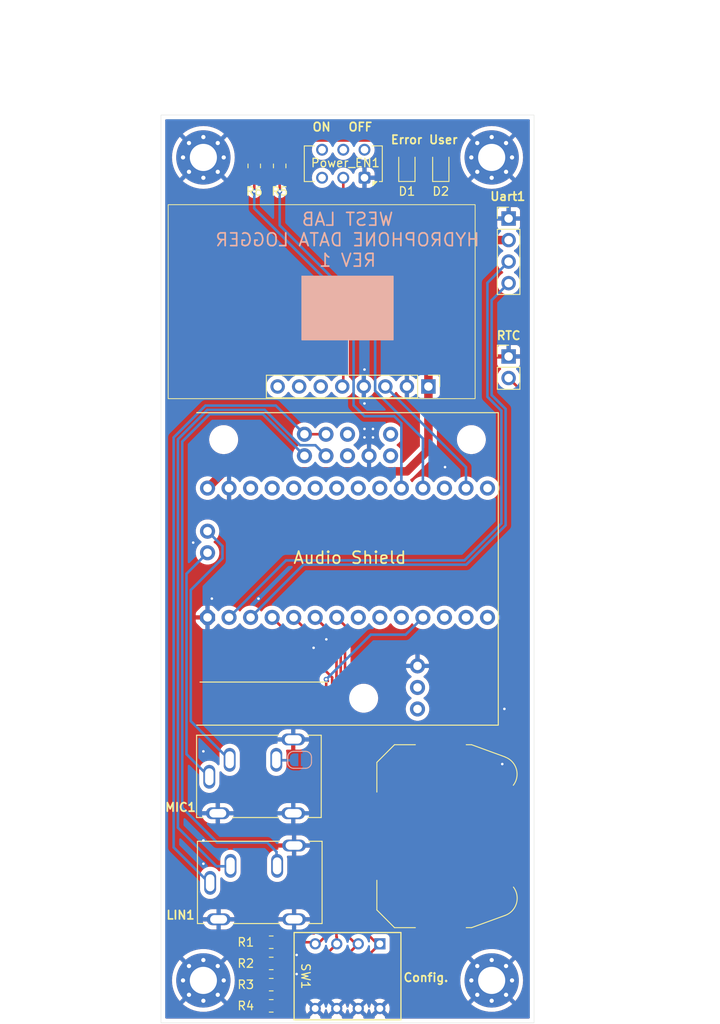
<source format=kicad_pcb>
(kicad_pcb (version 20240108) (generator "pcbnew") (generator_version "8.0")
  (layers (0 "F.Cu" signal "Front") (31 "B.Cu" signal "Back") (34 "B.Paste" user) (35 "F.Paste" user) (36 "B.SilkS" user "B.Silkscreen") (37 "F.SilkS" user "F.Silkscreen") (38 "B.Mask" user) (39 "F.Mask" user) (44 "Edge.Cuts" user))
  (net 0 "")
  (net 1 "GND")
  (net 2 "+3V3")
  (net 3 "Net-(BT1-+)")
  (net 4 "Net-(D1-A)")
  (net 5 "Net-(D2-A)")
  (net 6 "Net-(T1-MIC_GND)")
  (net 7 "Net-(RV1-Pad2)")
  (net 9 "Net-(RV1-Pad3)")
  (net 11 "Net-(R1-Pad2)")
  (net 12 "Net-(R1-Pad1)")
  (net 13 "Net-(R2-Pad2)")
  (net 14 "Net-(R3-Pad2)")
  (net 15 "Net-(R4-Pad2)")
  (net 16 "Net-(R5-Pad1)")
  (net 17 "Net-(R6-Pad1)")
  (net 26 "+5V")
  (net 31 "Net-(U1-LBO)")
  (net 37 "LN_in_GND")
  (net 38 "Net-(J10-Pin_2)")
  (net 39 "Net-(MIC1-Pad2)")
  (net 40 "Net-(Power_EN1-Pin_2)")
  (net 42 "Net-(Uart1-Pin_4)")
  (net 43 "Net-(Uart1-Pin_3)")
  (net 44 "Net-(LIN1-Pad2)")
  (net 45 "Net-(LIN1-Pad3)")
  (footprint "Connector_PinHeader_2.54mm:PinHeader_1x04_P2.54mm_Vertical" (layer "F.Cu") (at 129.2075 63.9)
    (property "Reference" "Uart1" (hide yes))
    (property "Value" "Uart1" (at -0.1 -2.6 180) (layer "F.SilkS") (effects (font (thickness 0.2) (bold yes))))
    (fp_line (start -1.33 -1.33) (end 0 -1.33) (stroke (width 0.12)) (layer "F.SilkS"))
    (fp_line (start -1.33 0) (end -1.33 -1.33) (stroke (width 0.12)) (layer "F.SilkS"))
    (fp_line (start -1.33 1.27) (end -1.33 8.95) (stroke (width 0.12)) (layer "F.SilkS"))
    (fp_line (start -1.33 1.27) (end 1.33 1.27) (stroke (width 0.12)) (layer "F.SilkS"))
    (fp_line (start -1.33 8.95) (end 1.33 8.95) (stroke (width 0.12)) (layer "F.SilkS"))
    (fp_line (start 1.33 1.27) (end 1.33 8.95) (stroke (width 0.12)) (layer "F.SilkS"))
    (pad "1" thru_hole rect (at 0 0) (size 1.7 1.7) (drill 1) (layers "*.Cu" "*.Mask") (net 1 "GND"))
    (pad "2" thru_hole oval (at 0 2.54) (size 1.7 1.7) (drill 1) (layers "*.Cu" "*.Mask") (net 26 "+5V"))
    (pad "3" thru_hole oval (at 0 5.08) (size 1.7 1.7) (drill 1) (layers "*.Cu" "*.Mask") (net 43 "Net-(Uart1-Pin_3)"))
    (pad "4" thru_hole oval (at 0 7.62) (size 1.7 1.7) (drill 1) (layers "*.Cu" "*.Mask") (net 42 "Net-(Uart1-Pin_4)"))
  )
  (footprint "Resistor_SMD:R_0805_2012Metric_Pad1.20x1.40mm_HandSolder" (layer "F.Cu") (at 101.2075 151.7)
    (property "Reference" "R2" (at -3 0 0) (layer "F.SilkS"))
    (property "Value" "100k" (hide yes))
    (fp_line (start -0.227064 -0.735) (end 0.227064 -0.735) (stroke (width 0.12)) (layer "F.SilkS"))
    (fp_line (start -0.227064 0.735) (end 0.227064 0.735) (stroke (width 0.12)) (layer "F.SilkS"))
    (pad "1" smd roundrect (at -1 0) (size 1.2 1.4) (layers "F.Cu" "F.Paste" "F.Mask") (roundrect_rratio 0.208333) (net 12 "Net-(R1-Pad1)"))
    (pad "2" smd roundrect (at 1 0) (size 1.2 1.4) (layers "F.Cu" "F.Paste" "F.Mask") (roundrect_rratio 0.208333) (net 13 "Net-(R2-Pad2)"))
  )
  (footprint "MountingHole:MountingHole_3.2mm_M3_Pad_Via" (layer "F.Cu") (at 127.2075 56.7)
    (property "Reference" "J8" (hide yes))
    (property "Value" "Mounting Hole" (hide yes))
    (pad "1" thru_hole circle (at -2.4 0) (size 0.8 0.8) (drill 0.5) (layers "*.Cu" "*.Mask") (net 1 "GND"))
    (pad "1" thru_hole circle (at -1.697056 -1.697056) (size 0.8 0.8) (drill 0.5) (layers "*.Cu" "*.Mask") (net 1 "GND"))
    (pad "1" thru_hole circle (at -1.697056 1.697056) (size 0.8 0.8) (drill 0.5) (layers "*.Cu" "*.Mask") (net 1 "GND"))
    (pad "1" thru_hole circle (at 0 -2.4) (size 0.8 0.8) (drill 0.5) (layers "*.Cu" "*.Mask") (net 1 "GND"))
    (pad "1" thru_hole circle (at 0 0) (size 6.4 6.4) (drill 3.2) (layers "*.Cu" "*.Mask") (net 1 "GND"))
    (pad "1" thru_hole circle (at 0 2.4) (size 0.8 0.8) (drill 0.5) (layers "*.Cu" "*.Mask") (net 1 "GND"))
    (pad "1" thru_hole circle (at 1.697056 -1.697056) (size 0.8 0.8) (drill 0.5) (layers "*.Cu" "*.Mask") (net 1 "GND"))
    (pad "1" thru_hole circle (at 1.697056 1.697056) (size 0.8 0.8) (drill 0.5) (layers "*.Cu" "*.Mask") (net 1 "GND"))
    (pad "1" thru_hole circle (at 2.4 0) (size 0.8 0.8) (drill 0.5) (layers "*.Cu" "*.Mask") (net 1 "GND"))
  )
  (footprint "Resistor_SMD:R_0805_2012Metric_Pad1.20x1.40mm_HandSolder" (layer "F.Cu") (at 101.2075 149.2)
    (property "Reference" "R1" (at -3 0 0) (layer "F.SilkS"))
    (property "Value" "100k" (hide yes))
    (fp_line (start -0.227064 -0.735) (end 0.227064 -0.735) (stroke (width 0.12)) (layer "F.SilkS"))
    (fp_line (start -0.227064 0.735) (end 0.227064 0.735) (stroke (width 0.12)) (layer "F.SilkS"))
    (pad "1" smd roundrect (at -1 0) (size 1.2 1.4) (layers "F.Cu" "F.Paste" "F.Mask") (roundrect_rratio 0.208333) (net 12 "Net-(R1-Pad1)"))
    (pad "2" smd roundrect (at 1 0) (size 1.2 1.4) (layers "F.Cu" "F.Paste" "F.Mask") (roundrect_rratio 0.208333) (net 11 "Net-(R1-Pad2)"))
  )
  (footprint "MountingHole:MountingHole_3.2mm_M3_Pad_Via" (layer "F.Cu") (at 127.2075 153.7)
    (property "Reference" "J7" (hide yes))
    (property "Value" "Mounting Hole" (hide yes))
    (pad "1" thru_hole circle (at -2.4 0) (size 0.8 0.8) (drill 0.5) (layers "*.Cu" "*.Mask") (net 1 "GND"))
    (pad "1" thru_hole circle (at -1.697056 -1.697056) (size 0.8 0.8) (drill 0.5) (layers "*.Cu" "*.Mask") (net 1 "GND"))
    (pad "1" thru_hole circle (at -1.697056 1.697056) (size 0.8 0.8) (drill 0.5) (layers "*.Cu" "*.Mask") (net 1 "GND"))
    (pad "1" thru_hole circle (at 0 -2.4) (size 0.8 0.8) (drill 0.5) (layers "*.Cu" "*.Mask") (net 1 "GND"))
    (pad "1" thru_hole circle (at 0 0) (size 6.4 6.4) (drill 3.2) (layers "*.Cu" "*.Mask") (net 1 "GND"))
    (pad "1" thru_hole circle (at 0 2.4) (size 0.8 0.8) (drill 0.5) (layers "*.Cu" "*.Mask") (net 1 "GND"))
    (pad "1" thru_hole circle (at 1.697056 -1.697056) (size 0.8 0.8) (drill 0.5) (layers "*.Cu" "*.Mask") (net 1 "GND"))
    (pad "1" thru_hole circle (at 1.697056 1.697056) (size 0.8 0.8) (drill 0.5) (layers "*.Cu" "*.Mask") (net 1 "GND"))
    (pad "1" thru_hole circle (at 2.4 0) (size 0.8 0.8) (drill 0.5) (layers "*.Cu" "*.Mask") (net 1 "GND"))
  )
  (footprint "LED_SMD:LED_0805_2012Metric_Pad1.15x1.40mm_HandSolder" (layer "F.Cu") (at 121.2075 57.675 90)
    (property "Reference" "D2" (at -3.025 0 0) (layer "F.SilkS"))
    (property "Value" "LED" (hide yes))
    (fp_line (start 1 -0.96) (end -1.86 -0.96) (stroke (width 0.12)) (layer "F.SilkS"))
    (fp_line (start -1.86 -0.96) (end -1.86 0.96) (stroke (width 0.12)) (layer "F.SilkS"))
    (fp_line (start -1.86 0.96) (end 1 0.96) (stroke (width 0.12)) (layer "F.SilkS"))
    (pad "1" smd roundrect (at -1.025 0 90) (size 1.15 1.4) (layers "F.Cu" "F.Paste" "F.Mask") (roundrect_rratio 0.217391) (net 1 "GND"))
    (pad "2" smd roundrect (at 1.025 0 90) (size 1.15 1.4) (layers "F.Cu" "F.Paste" "F.Mask") (roundrect_rratio 0.217391) (net 5 "Net-(D2-A)"))
  )
  (footprint "Button_Switch_THT:SW_CK_JS202011CQN_DPDT_Straight" (layer "F.Cu") (at 112.2075 59.0925 180)
    (property "Reference" "Power_EN1" (at 2.25 1.75 0) (layer "F.SilkS"))
    (property "Value" "Power Switch" (hide yes))
    (fp_line (start 7.1 3.75) (end 5.9 3.75) (stroke (width 0.12)) (layer "F.SilkS"))
    (fp_line (start 7.1 -0.45) (end 7.1 3.75) (stroke (width 0.12)) (layer "F.SilkS"))
    (fp_line (start 5.9 -0.45) (end 7.1 -0.45) (stroke (width 0.12)) (layer "F.SilkS"))
    (fp_line (start -1.75 -0.45) (end -2.1 -0.45) (stroke (width 0.12)) (layer "F.SilkS"))
    (fp_line (start -2.1 3.75) (end -0.9 3.75) (stroke (width 0.12)) (layer "F.SilkS"))
    (fp_line (start -2.1 -0.45) (end -2.1 3.75) (stroke (width 0.12)) (layer "F.SilkS"))
    (fp_poly (pts (xy -1 -0.45) (xy -1.48 -0.45) (xy -1 -0.93) (xy -1 -0.45)) (stroke (width 0.12)) (fill solid) (layer "F.SilkS"))
    (pad "1" thru_hole roundrect (at 0 0 180) (size 1.4 1.4) (drill 0.9) (layers "*.Cu" "*.Mask") (roundrect_rratio 0.1785714286) (net 1 "GND"))
    (pad "2" thru_hole circle (at 2.5 0 180) (size 1.4 1.4) (drill 0.9) (layers "*.Cu" "*.Mask") (net 40 "Net-(Power_EN1-Pin_2)"))
    (pad "3" thru_hole circle (at 5 0 180) (size 1.4 1.4) (drill 0.9) (layers "*.Cu" "*.Mask"))
    (pad "4" thru_hole circle (at 5 3.3 180) (size 1.4 1.4) (drill 0.9) (layers "*.Cu" "*.Mask"))
    (pad "5" thru_hole circle (at 2.5 3.3 180) (size 1.4 1.4) (drill 0.9) (layers "*.Cu" "*.Mask"))
    (pad "6" thru_hole circle (at 0 3.3 180) (size 1.4 1.4) (drill 0.9) (layers "*.Cu" "*.Mask"))
  )
  (footprint "LED_SMD:LED_0805_2012Metric_Pad1.15x1.40mm_HandSolder" (layer "F.Cu") (at 117.2075 57.675 90)
    (property "Reference" "D1" (at -3.025 0 0) (layer "F.SilkS"))
    (property "Value" "LED" (hide yes))
    (fp_line (start 1 -0.96) (end -1.86 -0.96) (stroke (width 0.12)) (layer "F.SilkS"))
    (fp_line (start -1.86 -0.96) (end -1.86 0.96) (stroke (width 0.12)) (layer "F.SilkS"))
    (fp_line (start -1.86 0.96) (end 1 0.96) (stroke (width 0.12)) (layer "F.SilkS"))
    (pad "1" smd roundrect (at -1.025 0 90) (size 1.15 1.4) (layers "F.Cu" "F.Paste" "F.Mask") (roundrect_rratio 0.217391) (net 1 "GND"))
    (pad "2" smd roundrect (at 1.025 0 90) (size 1.15 1.4) (layers "F.Cu" "F.Paste" "F.Mask") (roundrect_rratio 0.217391) (net 4 "Net-(D1-A)"))
  )
  (footprint "Battery:BatteryHolder_Keystone_3034_1x20mm" (layer "F.Cu") (at 121.2075 136.7 90)
    (property "Reference" "BT1" (hide yes))
    (property "Value" "RTC_CoinCell" (hide yes))
    (fp_line (start 8.7 -7.54) (end 5.2 -7.54) (stroke (width 0.12)) (layer "F.SilkS"))
    (fp_line (start 8.7 -7.54) (end 10.78 -5.46) (stroke (width 0.12)) (layer "F.SilkS"))
    (fp_line (start -5.2 -7.54) (end -8.7 -7.54) (stroke (width 0.12)) (layer "F.SilkS"))
    (fp_line (start -8.7 -7.54) (end -10.78 -5.46) (stroke (width 0.12)) (layer "F.SilkS"))
    (fp_line (start 10.78 -5.46) (end 10.78 -3) (stroke (width 0.12)) (layer "F.SilkS"))
    (fp_line (start -10.78 -5.46) (end -10.78 -3) (stroke (width 0.12)) (layer "F.SilkS"))
    (fp_line (start 10.78 3) (end 10.78 3.63) (stroke (width 0.12)) (layer "F.SilkS"))
    (fp_line (start -10.78 3) (end -10.78 3.63) (stroke (width 0.12)) (layer "F.SilkS"))
    (fp_line (start 10.78 3.63) (end 9.34 7.58) (stroke (width 0.12)) (layer "F.SilkS"))
    (fp_line (start -10.78 3.63) (end -9.34 7.58) (stroke (width 0.12)) (layer "F.SilkS"))
    (fp_arc (start 9.325243 7.588169) (mid 7.90634 8.911668) (end 6 8.55) (stroke (width 0.12)) (layer "F.SilkS"))
    (fp_arc (start -6.003354 8.56653) (mid -7.921654 8.918738) (end -9.34 7.58) (stroke (width 0.12)) (layer "F.SilkS"))
    (pad "1" smd rect (at -10.985 0 90) (size 1.27 5.08) (layers "F.Cu" "F.Paste" "F.Mask") (net 3 "Net-(BT1-+)"))
    (pad "1" smd rect (at 10.985 0 90) (size 1.27 5.08) (layers "F.Cu" "F.Paste" "F.Mask") (net 3 "Net-(BT1-+)"))
    (pad "2" smd circle (at 0 0 90) (size 17.8 17.8) (layers "F.Cu" "F.Mask") (net 1 "GND"))
  )
  (footprint "MountingHole:MountingHole_3.2mm_M3_Pad_Via" (layer "F.Cu") (at 93.2075 153.7)
    (property "Reference" "J6" (hide yes))
    (property "Value" "Mounting Hole" (hide yes))
    (pad "1" thru_hole circle (at -2.4 0) (size 0.8 0.8) (drill 0.5) (layers "*.Cu" "*.Mask") (net 1 "GND"))
    (pad "1" thru_hole circle (at -1.697056 -1.697056) (size 0.8 0.8) (drill 0.5) (layers "*.Cu" "*.Mask") (net 1 "GND"))
    (pad "1" thru_hole circle (at -1.697056 1.697056) (size 0.8 0.8) (drill 0.5) (layers "*.Cu" "*.Mask") (net 1 "GND"))
    (pad "1" thru_hole circle (at 0 -2.4) (size 0.8 0.8) (drill 0.5) (layers "*.Cu" "*.Mask") (net 1 "GND"))
    (pad "1" thru_hole circle (at 0 0) (size 6.4 6.4) (drill 3.2) (layers "*.Cu" "*.Mask") (net 1 "GND"))
    (pad "1" thru_hole circle (at 0 2.4) (size 0.8 0.8) (drill 0.5) (layers "*.Cu" "*.Mask") (net 1 "GND"))
    (pad "1" thru_hole circle (at 1.697056 -1.697056) (size 0.8 0.8) (drill 0.5) (layers "*.Cu" "*.Mask") (net 1 "GND"))
    (pad "1" thru_hole circle (at 1.697056 1.697056) (size 0.8 0.8) (drill 0.5) (layers "*.Cu" "*.Mask") (net 1 "GND"))
    (pad "1" thru_hole circle (at 2.4 0) (size 0.8 0.8) (drill 0.5) (layers "*.Cu" "*.Mask") (net 1 "GND"))
  )
  (footprint "Resistor_SMD:R_0805_2012Metric_Pad1.20x1.40mm_HandSolder" (layer "F.Cu") (at 101.2075 156.7)
    (property "Reference" "R4" (at -3 0 0) (layer "F.SilkS"))
    (property "Value" "100k" (hide yes))
    (fp_line (start -0.227064 -0.735) (end 0.227064 -0.735) (stroke (width 0.12)) (layer "F.SilkS"))
    (fp_line (start -0.227064 0.735) (end 0.227064 0.735) (stroke (width 0.12)) (layer "F.SilkS"))
    (pad "1" smd roundrect (at -1 0) (size 1.2 1.4) (layers "F.Cu" "F.Paste" "F.Mask") (roundrect_rratio 0.208333) (net 12 "Net-(R1-Pad1)"))
    (pad "2" smd roundrect (at 1 0) (size 1.2 1.4) (layers "F.Cu" "F.Paste" "F.Mask") (roundrect_rratio 0.208333) (net 15 "Net-(R4-Pad2)"))
  )
  (footprint "Dev_boards:ADA_powerBoost1A" (layer "F.Cu") (at 119.7475 83.7 -90)
    (property "Reference" "U1" (hide yes))
    (property "Value" "~" (hide yes))
    (fp_line (start -1.33 19.11) (end 1.33 19.11) (stroke (width 0.12)) (layer "F.SilkS"))
    (fp_line (start -1.33 1.27) (end -1.33 19.11) (stroke (width 0.12)) (layer "F.SilkS"))
    (fp_line (start -1.33 1.27) (end 1.33 1.27) (stroke (width 0.12)) (layer "F.SilkS"))
    (fp_line (start 1.33 1.27) (end 1.33 19.11) (stroke (width 0.12)) (layer "F.SilkS"))
    (fp_line (start -1.33 0) (end -1.33 -1.33) (stroke (width 0.12)) (layer "F.SilkS"))
    (fp_line (start -1.33 -1.33) (end 0 -1.33) (stroke (width 0.12)) (layer "F.SilkS"))
    (fp_rect (start -21.43 -5.51) (end 1.43 30.69) (stroke (width 0.1)) (fill none) (layer "F.SilkS"))
    (fp_text user "PWRBOOST1A" (at -10 15.04 0) (layer "F.SilkS") (effects (font (thickness 0.2) (bold yes)) (justify left bottom)))
    (pad "1" thru_hole rect (at 0 0 270) (size 1.7 1.7) (drill 1) (layers "*.Cu" "*.Mask") (net 26 "+5V"))
    (pad "2" thru_hole oval (at 0 2.54 270) (size 1.7 1.7) (drill 1) (layers "*.Cu" "*.Mask") (net 1 "GND"))
    (pad "3" thru_hole oval (at 0 5.08 270) (size 1.7 1.7) (drill 1) (layers "*.Cu" "*.Mask") (net 31 "Net-(U1-LBO)"))
    (pad "4" thru_hole oval (at 0 7.62 270) (size 1.7 1.7) (drill 1) (layers "*.Cu" "*.Mask") (net 1 "GND"))
    (pad "5" thru_hole oval (at 0 10.16 270) (size 1.7 1.7) (drill 1) (layers "*.Cu" "*.Mask") (net 40 "Net-(Power_EN1-Pin_2)"))
    (pad "6" thru_hole oval (at 0 12.7 270) (size 1.7 1.7) (drill 1) (layers "*.Cu" "*.Mask"))
    (pad "7" thru_hole oval (at 0 15.24 270) (size 1.7 1.7) (drill 1) (layers "*.Cu" "*.Mask"))
    (pad "8" thru_hole oval (at 0 17.78 270) (size 1.7 1.7) (drill 1) (layers "*.Cu" "*.Mask"))
  )
  (footprint "Resistor_SMD:R_0805_2012Metric_Pad1.20x1.40mm_HandSolder" (layer "F.Cu") (at 102.2075 57.7 90)
    (property "Reference" "R5" (at -3 0 0) (layer "F.SilkS"))
    (property "Value" "470" (hide yes))
    (fp_line (start -0.227064 -0.735) (end 0.227064 -0.735) (stroke (width 0.12)) (layer "F.SilkS"))
    (fp_line (start -0.227064 0.735) (end 0.227064 0.735) (stroke (width 0.12)) (layer "F.SilkS"))
    (pad "1" smd roundrect (at -1 0 90) (size 1.2 1.4) (layers "F.Cu" "F.Paste" "F.Mask") (roundrect_rratio 0.208333) (net 16 "Net-(R5-Pad1)"))
    (pad "2" smd roundrect (at 1 0 90) (size 1.2 1.4) (layers "F.Cu" "F.Paste" "F.Mask") (roundrect_rratio 0.208333) (net 4 "Net-(D1-A)"))
  )
  (footprint "Dev_boards:AUDIOSHIELD" (layer "F.Cu") (at 110.2075 105.835)
    (property "Reference" "T1" (hide yes))
    (property "Value" "~")
    (fp_line (start -17.78 -19.05) (end 17.78 -19.05) (stroke (width 0.127)) (layer "F.SilkS"))
    (fp_line (start -17.78 17.78) (end 17.78 17.78) (stroke (width 0.127)) (layer "F.SilkS"))
    (fp_line (start -17.399 12.7) (end -2.399 12.7) (stroke (width 0.127)) (layer "F.SilkS"))
    (fp_line (start 17.78 -19.05) (end 17.78 17.78) (stroke (width 0.127)) (layer "F.SilkS"))
    (fp_text user "Audio Shield" (at -6.5 -1.135 0) (layer "F.SilkS") (effects (font (size 1.408176 1.408176) (thickness 0.2)) (justify left bottom)))
    (pad "" np_thru_hole circle (at -14.605 -15.875) (size 2.921 2.921) (drill 2.921) (layers "*.Cu" "*.Mask"))
    (pad "" np_thru_hole circle (at 1.905 14.605) (size 2.921 2.921) (drill 2.921) (layers "*.Cu" "*.Mask"))
    (pad "" np_thru_hole circle (at 14.605 -15.875) (size 2.921 2.921) (drill 2.921) (layers "*.Cu" "*.Mask"))
    (pad "0" thru_hole circle (at -13.97 5.08) (size 1.778 1.778) (drill 1) (layers "*.Cu" "*.Mask") (net 43 "Net-(Uart1-Pin_3)"))
    (pad "1" thru_hole circle (at -11.43 5.08) (size 1.778 1.778) (drill 1) (layers "*.Cu" "*.Mask") (net 42 "Net-(Uart1-Pin_4)"))
    (pad "2" thru_hole circle (at -8.89 5.08) (size 1.778 1.778) (drill 1) (layers "*.Cu" "*.Mask") (net 11 "Net-(R1-Pad2)"))
    (pad "3" thru_hole circle (at -6.35 5.08) (size 1.778 1.778) (drill 1) (layers "*.Cu" "*.Mask") (net 13 "Net-(R2-Pad2)"))
    (pad "3V" thru_hole circle (at -11.43 -10.16) (size 1.778 1.778) (drill 1) (layers "*.Cu" "*.Mask") (net 2 "+3V3"))
    (pad "4" thru_hole circle (at -3.81 5.08) (size 1.778 1.778) (drill 1) (layers "*.Cu" "*.Mask") (net 14 "Net-(R3-Pad2)"))
    (pad "5" thru_hole circle (at -1.27 5.08) (size 1.778 1.778) (drill 1) (layers "*.Cu" "*.Mask") (net 15 "Net-(R4-Pad2)"))
    (pad "5V" thru_hole circle (at -16.51 -10.16 180) (size 1.778 1.778) (drill 1) (layers "*.Cu" "*.Mask") (net 26 "+5V"))
    (pad "6" thru_hole circle (at 1.27 5.08) (size 1.778 1.778) (drill 1) (layers "*.Cu" "*.Mask"))
    (pad "7" thru_hole circle (at 3.81 5.08) (size 1.778 1.778) (drill 1) (layers "*.Cu" "*.Mask"))
    (pad "8" thru_hole circle (at 6.35 5.08) (size 1.778 1.778) (drill 1) (layers "*.Cu" "*.Mask"))
    (pad "9" thru_hole circle (at 8.89 5.08) (size 1.778 1.778) (drill 1) (layers "*.Cu" "*.Mask") (net 12 "Net-(R1-Pad1)"))
    (pad "10" thru_hole circle (at 11.43 5.08) (size 1.778 1.778) (drill 1) (layers "*.Cu" "*.Mask"))
    (pad "11" thru_hole circle (at 13.97 5.08) (size 1.778 1.778) (drill 1) (layers "*.Cu" "*.Mask"))
    (pad "12" thru_hole circle (at 16.51 5.08) (size 1.778 1.778) (drill 1) (layers "*.Cu" "*.Mask"))
    (pad "13" thru_hole circle (at 16.51 -10.16) (size 1.778 1.778) (drill 1) (layers "*.Cu" "*.Mask"))
    (pad "14" thru_hole circle (at 13.97 -10.16) (size 1.778 1.778) (drill 1) (layers "*.Cu" "*.Mask") (net 31 "Net-(U1-LBO)"))
    (pad "15" thru_hole circle (at 11.43 -10.16) (size 1.778 1.778) (drill 1) (layers "*.Cu" "*.Mask"))
    (pad "16" thru_hole circle (at 8.89 -10.16) (size 1.778 1.778) (drill 1) (layers "*.Cu" "*.Mask") (net 16 "Net-(R5-Pad1)"))
    (pad "17" thru_hole circle (at 6.35 -10.16) (size 1.778 1.778) (drill 1) (layers "*.Cu" "*.Mask") (net 17 "Net-(R6-Pad1)"))
    (pad "18" thru_hole circle (at 3.81 -10.16) (size 1.778 1.778) (drill 1) (layers "*.Cu" "*.Mask"))
    (pad "19" thru_hole circle (at 1.27 -10.16) (size 1.778 1.778) (drill 1) (layers "*.Cu" "*.Mask"))
    (pad "20" thru_hole circle (at -1.27 -10.16) (size 1.778 1.778) (drill 1) (layers "*.Cu" "*.Mask"))
    (pad "21" thru_hole circle (at -3.81 -10.16) (size 1.778 1.778) (drill 1) (layers "*.Cu" "*.Mask"))
    (pad "22" thru_hole circle (at -6.35 -10.16) (size 1.778 1.778) (drill 1) (layers "*.Cu" "*.Mask"))
    (pad "23" thru_hole circle (at -8.89 -10.16) (size 1.778 1.778) (drill 1) (layers "*.Cu" "*.Mask"))
    (pad "G" thru_hole circle (at -13.97 -10.16) (size 1.778 1.778) (drill 1) (layers "*.Cu" "*.Mask") (net 1 "GND"))
    (pad "GND" thru_hole roundrect (at -16.51 5.08) (size 1.778 1.778) (drill 1) (layers "*.Cu" "*.Mask") (chamfer_ratio 0.2928932188) (chamfer top_left top_right bottom_left bottom_right) (net 1 "GND"))
    (pad "GND_MIC" thru_hole circle (at -16.51 -2.54) (size 1.778 1.778) (drill 1) (layers "*.Cu" "*.Mask") (net 6 "Net-(T1-MIC_GND)"))
    (pad "INGND1" thru_hole circle (at -5.08 -16.51) (size 1.778 1.778) (drill 1) (layers "*.Cu" "*.Mask") (net 37 "LN_in_GND"))
    (pad "INGND2" thru_hole circle (at -2.54 -16.51) (size 1.778 1.778) (drill 1) (layers "*.Cu" "*.Mask") (net 37 "LN_in_GND"))
    (pad "INL" thru_hole circle (at -5.08 -13.97) (size 1.778 1.778) (drill 1) (layers "*.Cu" "*.Mask") (net 45 "Net-(LIN1-Pad3)"))
    (pad "INR" thru_hole circle (at -2.54 -13.97) (size 1.778 1.778) (drill 1) (layers "*.Cu" "*.Mask") (net 44 "Net-(LIN1-Pad2)"))
    (pad "MIC" thru_hole circle (at -16.51 -5.08) (size 1.778 1.778) (drill 1) (layers "*.Cu" "*.Mask") (net 39 "Net-(MIC1-Pad2)"))
    (pad "OUTGND" thru_hole circle (at 2.54 -13.97) (size 1.778 1.778) (drill 1) (layers "*.Cu" "*.Mask") (net 1 "GND"))
    (pad "OUTL" thru_hole circle (at 5.08 -13.97) (size 1.778 1.778) (drill 1) (layers "*.Cu" "*.Mask"))
    (pad "OUTR" thru_hole circle (at 0 -13.97) (size 1.778 1.778) (drill 1) (layers "*.Cu" "*.Mask"))
    (pad "UNUSED1" thru_hole circle (at 0 -16.51) (size 1.778 1.778) (drill 1) (layers "*.Cu" "*.Mask"))
    (pad "UNUSED2" thru_hole circle (at 5.08 -16.51) (size 1.778 1.778) (drill 1) (layers "*.Cu" "*.Mask"))
    (pad "VOL" thru_hole circle (at 8.255 13.335 90) (size 1.778 1.778) (drill 1) (layers "*.Cu" "*.Mask") (net 7 "Net-(RV1-Pad2)"))
    (pad "VOL_3.3V" thru_hole circle (at 8.255 15.875) (size 1.778 1.778) (drill 1) (layers "*.Cu" "*.Mask") (net 9 "Net-(RV1-Pad3)"))
    (pad "VOL_GND" thru_hole circle (at 8.255 10.795 90) (size 1.778 1.778) (drill 1) (layers "*.Cu" "*.Mask") (net 1 "GND"))
  )
  (footprint "Resistor_SMD:R_0805_2012Metric_Pad1.20x1.40mm_HandSolder" (layer "F.Cu") (at 101.2075 154.2)
    (property "Reference" "R3" (at -3 0 0) (layer "F.SilkS"))
    (property "Value" "100k" (hide yes))
    (fp_line (start -0.227064 -0.735) (end 0.227064 -0.735) (stroke (width 0.12)) (layer "F.SilkS"))
    (fp_line (start -0.227064 0.735) (end 0.227064 0.735) (stroke (width 0.12)) (layer "F.SilkS"))
    (pad "1" smd roundrect (at -1 0) (size 1.2 1.4) (layers "F.Cu" "F.Paste" "F.Mask") (roundrect_rratio 0.208333) (net 12 "Net-(R1-Pad1)"))
    (pad "2" smd roundrect (at 1 0) (size 1.2 1.4) (layers "F.Cu" "F.Paste" "F.Mask") (roundrect_rratio 0.208333) (net 14 "Net-(R3-Pad2)"))
  )
  (footprint "Imports:DIP8_208-4_CTS" (layer "F.Cu") (at 114.0175 149.39 -90)
    (property "Reference" "SW1" (at 3.81 8.75 -90) (layer "F.SilkS"))
    (property "Value" "SW_DIP_x04" (hide yes))
    (fp_line (start -1.3335 10.1092) (end 8.9535 10.1092) (stroke (width 0.1524)) (layer "F.SilkS"))
    (fp_line (start 8.9535 10.1092) (end 8.9535 -2.4892) (stroke (width 0.1524)) (layer "F.SilkS"))
    (fp_line (start -1.3335 -2.4892) (end -1.3335 10.1092) (stroke (width 0.1524)) (layer "F.SilkS"))
    (fp_line (start 8.9535 -2.4892) (end -1.3335 -2.4892) (stroke (width 0.1524)) (layer "F.SilkS"))
    (pad "1" thru_hole rect (at 0 0 270) (size 1.3208 1.3208) (drill 0.8128) (layers "*.Cu" "*.Mask") (net 15 "Net-(R4-Pad2)"))
    (pad "2" thru_hole circle (at 0 2.54 270) (size 1.3208 1.3208) (drill 0.8128) (layers "*.Cu" "*.Mask") (net 14 "Net-(R3-Pad2)"))
    (pad "3" thru_hole circle (at 0 5.08 270) (size 1.3208 1.3208) (drill 0.8128) (layers "*.Cu" "*.Mask") (net 13 "Net-(R2-Pad2)"))
    (pad "4" thru_hole circle (at 0 7.62 270) (size 1.3208 1.3208) (drill 0.8128) (layers "*.Cu" "*.Mask") (net 11 "Net-(R1-Pad2)"))
    (pad "5" thru_hole circle (at 7.62 0 270) (size 1.3208 1.3208) (drill 0.8128) (layers "*.Cu" "*.Mask") (net 1 "GND"))
    (pad "6" thru_hole circle (at 7.62 2.54 270) (size 1.3208 1.3208) (drill 0.8128) (layers "*.Cu" "*.Mask") (net 1 "GND"))
    (pad "7" thru_hole circle (at 7.62 5.08 270) (size 1.3208 1.3208) (drill 0.8128) (layers "*.Cu" "*.Mask") (net 1 "GND"))
    (pad "8" thru_hole circle (at 7.62 7.62 270) (size 1.3208 1.3208) (drill 0.8128) (layers "*.Cu" "*.Mask") (net 1 "GND"))
  )
  (footprint "Connector_Audio:CUI_SJ1-3533NS" (layer "F.Cu") (at 94.0075 142.2)
    (property "Reference" "LIN1" (at -3.5 3.8 0) (layer "F.SilkS") (effects (font (thickness 0.2) (bold yes))))
    (property "Value" "SJ1-3533NS" (hide yes))
    (fp_line (start -1.5 -4.9) (end 8.18 -4.9) (stroke (width 0.127)) (layer "F.SilkS"))
    (fp_line (start -1.5 4.8) (end -1.5 -4.9) (stroke (width 0.127)) (layer "F.SilkS"))
    (fp_line (start -0.72 4.8) (end -1.5 4.8) (stroke (width 0.127)) (layer "F.SilkS"))
    (fp_line (start 2.72 4.8) (end 8.18 4.8) (stroke (width 0.127)) (layer "F.SilkS"))
    (fp_line (start 11.62 -4.9) (end 13.2 -4.9) (stroke (width 0.127)) (layer "F.SilkS"))
    (fp_line (start 13.2 -4.9) (end 13.2 4.8) (stroke (width 0.127)) (layer "F.SilkS"))
    (fp_line (start 13.2 4.8) (end 11.62 4.8) (stroke (width 0.127)) (layer "F.SilkS"))
    (pad "1" thru_hole oval (at 0 0) (size 1.4 2.8) (drill oval 1 2) (layers "*.Cu" "*.Mask") (net 37 "LN_in_GND"))
    (pad "2" thru_hole oval (at 2.4 -2) (size 1.4 2.8) (drill oval 1 2) (layers "*.Cu" "*.Mask") (net 44 "Net-(LIN1-Pad2)"))
    (pad "3" thru_hole oval (at 7.9 -2) (size 1.4 2.8) (drill oval 1 2) (layers "*.Cu" "*.Mask") (net 45 "Net-(LIN1-Pad3)"))
    (pad "SH1" thru_hole oval (at 1 4.3) (size 2.8 1.4) (drill oval 2 1) (layers "*.Cu" "*.Mask") (net 1 "GND"))
    (pad "SH2" thru_hole oval (at 9.9 4.3) (size 2.8 1.4) (drill oval 2 1) (layers "*.Cu" "*.Mask") (net 1 "GND"))
    (pad "SH3" thru_hole oval (at 9.9 -4.4) (size 2.8 1.4) (drill oval 2 1) (layers "*.Cu" "*.Mask") (net 1 "GND"))
  )
  (footprint "Connector_PinHeader_2.54mm:PinHeader_1x02_P2.54mm_Vertical" (layer "F.Cu") (at 129.2075 80.16)
    (property "Reference" "J2" (hide yes))
    (property "Value" "RTC" (at 0 -2.46 180) (layer "F.SilkS") (effects (font (thickness 0.2) (bold yes))))
    (fp_line (start -1.33 -1.33) (end 0 -1.33) (stroke (width 0.12)) (layer "F.SilkS"))
    (fp_line (start -1.33 0) (end -1.33 -1.33) (stroke (width 0.12)) (layer "F.SilkS"))
    (fp_line (start -1.33 1.27) (end -1.33 3.87) (stroke (width 0.12)) (layer "F.SilkS"))
    (fp_line (start -1.33 1.27) (end 1.33 1.27) (stroke (width 0.12)) (layer "F.SilkS"))
    (fp_line (start -1.33 3.87) (end 1.33 3.87) (stroke (width 0.12)) (layer "F.SilkS"))
    (fp_line (start 1.33 1.27) (end 1.33 3.87) (stroke (width 0.12)) (layer "F.SilkS"))
    (pad "1" thru_hole rect (at 0 0) (size 1.7 1.7) (drill 1) (layers "*.Cu" "*.Mask") (net 1 "GND"))
    (pad "2" thru_hole oval (at 0 2.54) (size 1.7 1.7) (drill 1) (layers "*.Cu" "*.Mask") (net 3 "Net-(BT1-+)"))
  )
  (footprint "MountingHole:MountingHole_3.2mm_M3_Pad_Via" (layer "F.Cu") (at 93.2075 56.7)
    (property "Reference" "J5" (hide yes))
    (property "Value" "Mounting Hole" (hide yes))
    (pad "1" thru_hole circle (at -2.4 0) (size 0.8 0.8) (drill 0.5) (layers "*.Cu" "*.Mask") (net 1 "GND"))
    (pad "1" thru_hole circle (at -1.697056 -1.697056) (size 0.8 0.8) (drill 0.5) (layers "*.Cu" "*.Mask") (net 1 "GND"))
    (pad "1" thru_hole circle (at -1.697056 1.697056) (size 0.8 0.8) (drill 0.5) (layers "*.Cu" "*.Mask") (net 1 "GND"))
    (pad "1" thru_hole circle (at 0 -2.4) (size 0.8 0.8) (drill 0.5) (layers "*.Cu" "*.Mask") (net 1 "GND"))
    (pad "1" thru_hole circle (at 0 0) (size 6.4 6.4) (drill 3.2) (layers "*.Cu" "*.Mask") (net 1 "GND"))
    (pad "1" thru_hole circle (at 0 2.4) (size 0.8 0.8) (drill 0.5) (layers "*.Cu" "*.Mask") (net 1 "GND"))
    (pad "1" thru_hole circle (at 1.697056 -1.697056) (size 0.8 0.8) (drill 0.5) (layers "*.Cu" "*.Mask") (net 1 "GND"))
    (pad "1" thru_hole circle (at 1.697056 1.697056) (size 0.8 0.8) (drill 0.5) (layers "*.Cu" "*.Mask") (net 1 "GND"))
    (pad "1" thru_hole circle (at 2.4 0) (size 0.8 0.8) (drill 0.5) (layers "*.Cu" "*.Mask") (net 1 "GND"))
  )
  (footprint "Connector_Audio:CUI_SJ1-3533NS" (layer "F.Cu") (at 93.9075 129.7)
    (property "Reference" "MIC1" (at -3.4 3.6 0) (layer "F.SilkS") (effects (font (thickness 0.2) (bold yes))))
    (property "Value" "SJ1-3533NS" (hide yes))
    (fp_line (start -1.5 -4.9) (end 8.18 -4.9) (stroke (width 0.127)) (layer "F.SilkS"))
    (fp_line (start -1.5 4.8) (end -1.5 -4.9) (stroke (width 0.127)) (layer "F.SilkS"))
    (fp_line (start -0.72 4.8) (end -1.5 4.8) (stroke (width 0.127)) (layer "F.SilkS"))
    (fp_line (start 2.72 4.8) (end 8.18 4.8) (stroke (width 0.127)) (layer "F.SilkS"))
    (fp_line (start 11.62 -4.9) (end 13.2 -4.9) (stroke (width 0.127)) (layer "F.SilkS"))
    (fp_line (start 13.2 -4.9) (end 13.2 4.8) (stroke (width 0.127)) (layer "F.SilkS"))
    (fp_line (start 13.2 4.8) (end 11.62 4.8) (stroke (width 0.127)) (layer "F.SilkS"))
    (pad "1" thru_hole oval (at 0 0) (size 1.4 2.8) (drill oval 1 2) (layers "*.Cu" "*.Mask") (net 6 "Net-(T1-MIC_GND)"))
    (pad "2" thru_hole oval (at 2.4 -2) (size 1.4 2.8) (drill oval 1 2) (layers "*.Cu" "*.Mask") (net 39 "Net-(MIC1-Pad2)"))
    (pad "3" thru_hole oval (at 7.9 -2) (size 1.4 2.8) (drill oval 1 2) (layers "*.Cu" "*.Mask") (net 38 "Net-(J10-Pin_2)"))
    (pad "SH1" thru_hole oval (at 1 4.3) (size 2.8 1.4) (drill oval 2 1) (layers "*.Cu" "*.Mask") (net 1 "GND"))
    (pad "SH2" thru_hole oval (at 9.9 4.3) (size 2.8 1.4) (drill oval 2 1) (layers "*.Cu" "*.Mask") (net 1 "GND"))
    (pad "SH3" thru_hole oval (at 9.9 -4.4) (size 2.8 1.4) (drill oval 2 1) (layers "*.Cu" "*.Mask") (net 1 "GND"))
  )
  (footprint "Resistor_SMD:R_0805_2012Metric_Pad1.20x1.40mm_HandSolder" (layer "F.Cu") (at 99.2075 57.7 90)
    (property "Reference" "R6" (at -3 0 0) (layer "F.SilkS"))
    (property "Value" "470" (hide yes))
    (fp_line (start -0.227064 -0.735) (end 0.227064 -0.735) (stroke (width 0.12)) (layer "F.SilkS"))
    (fp_line (start -0.227064 0.735) (end 0.227064 0.735) (stroke (width 0.12)) (layer "F.SilkS"))
    (pad "1" smd roundrect (at -1 0 90) (size 1.2 1.4) (layers "F.Cu" "F.Paste" "F.Mask") (roundrect_rratio 0.208333) (net 17 "Net-(R6-Pad1)"))
    (pad "2" smd roundrect (at 1 0 90) (size 1.2 1.4) (layers "F.Cu" "F.Paste" "F.Mask") (roundrect_rratio 0.208333) (net 5 "Net-(D2-A)"))
  )
  (footprint "Jumper:SolderJumper-2_P1.3mm_Open_RoundedPad1.0x1.5mm" (layer "B.Cu") (at 104.5575 127.7 180)
    (property "Reference" "J10" (hide yes))
    (property "Value" "Conn_01x02_Pin")
    (fp_line (start 1.4 -0.3) (end 1.4 0.3) (stroke (width 0.12)) (layer "B.SilkS"))
    (fp_line (start 0.7 1) (end -0.7 1) (stroke (width 0.12)) (layer "B.SilkS"))
    (fp_line (start -0.7 -1) (end 0.7 -1) (stroke (width 0.12)) (layer "B.SilkS"))
    (fp_line (start -1.4 0.3) (end -1.4 -0.3) (stroke (width 0.12)) (layer "B.SilkS"))
    (fp_arc (start 1.4 0.3) (mid 1.194975 0.794975) (end 0.7 1) (stroke (width 0.12)) (layer "B.SilkS"))
    (fp_arc (start 0.7 -1) (mid 1.194975 -0.794975) (end 1.4 -0.3) (stroke (width 0.12)) (layer "B.SilkS"))
    (fp_arc (start -0.7 1) (mid -1.194975 0.794975) (end -1.4 0.3) (stroke (width 0.12)) (layer "B.SilkS"))
    (fp_arc (start -1.4 -0.3) (mid -1.194975 -0.794975) (end -0.7 -1) (stroke (width 0.12)) (layer "B.SilkS"))
    (pad "1" smd custom (at -0.65 0 180) (size 1 0.5) (layers "B.Cu" "B.Mask") (net 1 "GND") (options (clearance outline) (anchor rect)) (primitives (gr_circle (center 0 -0.25) (end 0.5 -0.25) (width 0) (fill yes)) (gr_circle (center 0 0.25) (end 0.5 0.25) (width 0) (fill yes)) (gr_poly (pts (xy 0.5 -0.75) (xy 0 -0.75) (xy 0 0.75) (xy 0.5 0.75)) (width 0) (fill yes))))
    (pad "2" smd custom (at 0.65 0 180) (size 1 0.5) (layers "B.Cu" "B.Mask") (net 38 "Net-(J10-Pin_2)") (options (clearance outline) (anchor rect)) (primitives (gr_circle (center 0 -0.25) (end 0.5 -0.25) (width 0) (fill yes)) (gr_circle (center 0 0.25) (end 0.5 0.25) (width 0) (fill yes)) (gr_poly (pts (xy 0 -0.75) (xy -0.5 -0.75) (xy -0.5 0.75) (xy 0 0.75)) (width 0) (fill yes))))
  )
  (gr_rect (start 104.8325 70.7) (end 115.5825 78.2) (stroke (width 0.127)) (fill solid) (layer "B.SilkS"))
  (gr_rect (start 88.2075 51.7) (end 132.2075 158.7) (stroke (width 0.0381)) (fill none) (layer "Edge.Cuts"))
  (gr_text "WEST LAB\nHYDROPHONE DATA LOGGER\nREV 1" (at 110.2075 69.7 0) (layer "B.SilkS") (effects (font (size 1.5 1.5) (thickness 0.2)) (justify bottom mirror)))
  (gr_text " ON" (at 105.2075 53.7 0) (layer "F.SilkS") (effects (font (size 1 1) (thickness 0.2)) (justify left bottom)))
  (gr_text "Error\n" (at 115.2075 55.2 0) (layer "F.SilkS") (effects (font (size 1 1) (thickness 0.2)) (justify left bottom)))
  (gr_text "OFF" (at 110.2075 53.7 0) (layer "F.SilkS") (effects (font (size 1 1) (thickness 0.2)) (justify left bottom)))
  (gr_text "Config." (at 119.4575 153.95 0) (layer "F.SilkS") (effects (font (size 1 1) (thickness 0.2) (bold yes)) (justify bottom)))
  (gr_text "User\n" (at 119.7075 55.2 0) (layer "F.SilkS") (effects (font (size 1 1) (thickness 0.2)) (justify left bottom)))
  (via (at 128.4575 128.2) (size 0.6) (drill 0.3) (layers "F.Cu" "B.Cu") (net 1))
  (via (at 94.2075 108.7) (size 0.6) (drill 0.3) (layers "F.Cu" "B.Cu") (net 1))
  (via (at 113.2075 89.7) (size 0.6) (drill 0.3) (layers "F.Cu" "B.Cu") (net 1))
  (via (at 112.2075 88.7) (size 0.6) (drill 0.3) (layers "F.Cu" "B.Cu") (net 1))
  (via (at 99.7075 108.7) (size 0.6) (drill 0.3) (layers "F.Cu" "B.Cu") (net 1))
  (via (at 128.7075 121.7) (size 0.6) (drill 0.3) (layers "F.Cu" "B.Cu") (net 1))
  (via (at 93.2075 137.2) (size 0.6) (drill 0.3) (layers "F.Cu" "B.Cu") (net 1))
  (via (at 92.0075 102.1) (size 0.6) (drill 0.3) (layers "F.Cu" "B.Cu") (net 1))
  (via (at 107.7075 113.5) (size 0.6) (drill 0.3) (layers "F.Cu" "B.Cu") (net 1))
  (via (at 112.2075 85.7) (size 0.6) (drill 0.3) (layers "F.Cu" "B.Cu") (net 1))
  (via (at 104.2075 150.7) (size 0.6) (drill 0.3) (layers "F.Cu" "B.Cu") (net 1))
  (via (at 112.2075 81.7) (size 0.6) (drill 0.3) (layers "F.Cu" "B.Cu") (net 1))
  (via (at 121.7075 93.2) (size 0.6) (drill 0.3) (layers "F.Cu" "B.Cu") (net 1))
  (via (at 93.2075 139.95) (size 0.6) (drill 0.3) (layers "F.Cu" "B.Cu") (net 1))
  (via (at 93.2075 126.7) (size 0.6) (drill 0.3) (layers "F.Cu" "B.Cu") (net 1))
  (via (at 113.2075 88.7) (size 0.6) (drill 0.3) (layers "F.Cu" "B.Cu") (net 1))
  (via (at 112.2075 89.7) (size 0.6) (drill 0.3) (layers "F.Cu" "B.Cu") (net 1))
  (via (at 106.2075 114.5) (size 0.6) (drill 0.3) (layers "F.Cu" "B.Cu") (net 1))
  (via (at 104.2075 152.95) (size 0.6) (drill 0.3) (layers "F.Cu" "B.Cu") (net 1))
  (segment (start 121.2075 147.685) (end 124.0525 147.685) (width 0.305) (layer "F.Cu") (net 3))
  (segment (start 121.2075 125.715) (end 126.9925 125.715) (width 0.305) (layer "F.Cu") (net 3))
  (segment (start 124.0525 147.685) (end 130.7075 141.03) (width 0.305) (layer "F.Cu") (net 3))
  (segment (start 130.7075 122) (end 130.7075 84.2) (width 0.305) (layer "F.Cu") (net 3))
  (segment (start 130.7075 84.2) (end 129.2075 82.7) (width 0.305) (layer "F.Cu") (net 3))
  (segment (start 126.9925 125.715) (end 130.7075 122) (width 0.305) (layer "F.Cu") (net 3))
  (segment (start 130.7075 141.03) (end 130.7075 122) (width 0.305) (layer "F.Cu") (net 3))
  (segment (start 115.2575 54.7) (end 117.2075 56.65) (width 0.305) (layer "F.Cu") (net 4))
  (segment (start 102.2075 56.7) (end 104.2075 54.7) (width 0.305) (layer "F.Cu") (net 4))
  (segment (start 104.2075 54.7) (end 115.2575 54.7) (width 0.305) (layer "F.Cu") (net 4))
  (segment (start 99.2075 56.7) (end 101.7125 54.195) (width 0.305) (layer "F.Cu") (net 5))
  (segment (start 118.7525 54.195) (end 121.2075 56.65) (width 0.305) (layer "F.Cu") (net 5))
  (segment (start 101.7125 54.195) (end 118.7525 54.195) (width 0.305) (layer "F.Cu") (net 5))
  (segment (start 93.6975 103.295) (end 91.2175 105.775) (width 0.305) (layer "B.Cu") (net 6))
  (segment (start 91.2175 105.775) (end 91.2175 127.035) (width 0.305) (layer "B.Cu") (net 6))
  (segment (start 91.2175 127.035) (end 93.9325 129.75) (width 0.305) (layer "B.Cu") (net 6))
  (segment (start 101.3175 110.915) (end 108.3975 117.995) (width 0.305) (layer "F.Cu") (net 11))
  (segment (start 106.2075 149.2) (end 102.7075 149.2) (width 0.305) (layer "F.Cu") (net 11))
  (segment (start 102.5175 148.89) (end 102.2075 149.2) (width 0.305) (layer "F.Cu") (net 11))
  (segment (start 108.3975 117.995) (end 108.3975 147.7) (width 0.305) (layer "F.Cu") (net 11))
  (segment (start 108.3975 147.7) (end 106.3975 149.7) (width 0.305) (layer "F.Cu") (net 11))
  (segment (start 106.3975 149.39) (end 106.2075 149.2) (width 0.305) (layer "F.Cu") (net 11))
  (segment (start 100.2075 154.2) (end 100.2075 156.7) (width 0.305) (layer "F.Cu") (net 12))
  (segment (start 107.7075 146.7) (end 106.26 148.1475) (width 0.305) (layer "F.Cu") (net 12))
  (segment (start 107.693612 118.213888) (end 107.693612 144.902348) (width 0.305) (layer "F.Cu") (net 12))
  (segment (start 101.26 148.1475) (end 100.2075 149.2) (width 0.305) (layer "F.Cu") (net 12))
  (segment (start 107.693612 118.213888) (end 107.8925 118.412776) (width 0.305) (layer "F.Cu") (net 12))
  (segment (start 106.26 148.1475) (end 101.26 148.1475) (width 0.305) (layer "F.Cu") (net 12))
  (segment (start 107.7075 144.916236) (end 107.7075 146.7) (width 0.305) (layer "F.Cu") (net 12))
  (segment (start 100.2075 151.7) (end 100.2075 154.2) (width 0.305) (layer "F.Cu") (net 12))
  (segment (start 100.2075 149.2) (end 100.2075 151.7) (width 0.305) (layer "F.Cu") (net 12))
  (segment (start 107.693612 144.902348) (end 107.7075 144.916236) (width 0.305) (layer "F.Cu") (net 12))
  (via (at 107.693612 118.213888) (size 0.6) (drill 0.3) (layers "F.Cu" "B.Cu") (net 12))
  (segment (start 107.693612 118.213888) (end 112.9575 112.95) (width 0.305) (layer "B.Cu") (net 12))
  (segment (start 117.0625 112.95) (end 119.0975 110.915) (width 0.305) (layer "B.Cu") (net 12))
  (segment (start 112.9575 112.95) (end 117.0625 112.95) (width 0.305) (layer "B.Cu") (net 12))
  (segment (start 108.9375 148.592457) (end 108.9375 149.7) (width 0.305) (layer "F.Cu") (net 13))
  (segment (start 103.8575 110.915) (end 108.9025 115.96) (width 0.305) (layer "F.Cu") (net 13))
  (segment (start 106.6275 151.7) (end 102.7075 151.7) (width 0.305) (layer "F.Cu") (net 13))
  (segment (start 108.9375 149.39) (end 106.6275 151.7) (width 0.305) (layer "F.Cu") (net 13))
  (segment (start 108.9025 115.96) (end 108.9025 148.557457) (width 0.305) (layer "F.Cu") (net 13))
  (segment (start 108.9025 148.557457) (end 108.9375 148.592457) (width 0.305) (layer "F.Cu") (net 13))
  (segment (start 106.3975 110.915) (end 109.4075 113.925) (width 0.305) (layer "F.Cu") (net 14))
  (segment (start 106.6675 154.2) (end 102.7075 154.2) (width 0.305) (layer "F.Cu") (net 14))
  (segment (start 111.4775 149.39) (end 106.6675 154.2) (width 0.305) (layer "F.Cu") (net 14))
  (segment (start 109.4075 147.63) (end 111.4775 149.7) (width 0.305) (layer "F.Cu") (net 14))
  (segment (start 109.4075 113.925) (end 109.4075 147.63) (width 0.305) (layer "F.Cu") (net 14))
  (segment (start 103.2075 155.7) (end 102.2075 156.7) (width 0.305) (layer "F.Cu") (net 15))
  (segment (start 109.9125 145.595) (end 114.0175 149.7) (width 0.305) (layer "F.Cu") (net 15))
  (segment (start 109.9125 111.89) (end 109.9125 145.595) (width 0.305) (layer "F.Cu") (net 15))
  (segment (start 107.7075 155.7) (end 103.2075 155.7) (width 0.305) (layer "F.Cu") (net 15))
  (segment (start 114.0175 149.39) (end 107.7075 155.7) (width 0.305) (layer "F.Cu") (net 15))
  (segment (start 108.9375 110.915) (end 109.9125 111.89) (width 0.305) (layer "F.Cu") (net 15))
  (segment (start 102.2075 60.7) (end 102.2075 58.7) (width 0.305) (layer "F.Cu") (net 16))
  (via (at 102.2075 60.7) (size 0.6) (drill 0.3) (layers "F.Cu" "B.Cu") (net 16))
  (segment (start 102.2075 64.7) (end 102.2075 60.7) (width 0.305) (layer "B.Cu") (net 16))
  (segment (start 113.465 84.198092) (end 113.465 75.9575) (width 0.305) (layer "B.Cu") (net 16))
  (segment (start 113.465 75.9575) (end 102.2075 64.7) (width 0.305) (layer "B.Cu") (net 16))
  (segment (start 119.0975 89.830592) (end 113.465 84.198092) (width 0.305) (layer "B.Cu") (net 16))
  (segment (start 119.0975 95.675) (end 119.0975 89.830592) (width 0.305) (layer "B.Cu") (net 16))
  (segment (start 99.2075 60.7) (end 99.2075 58.7) (width 0.305) (layer "F.Cu") (net 17))
  (via (at 99.2075 60.7) (size 0.6) (drill 0.3) (layers "F.Cu" "B.Cu") (net 17))
  (segment (start 112.2075 87.2) (end 110.925 85.9175) (width 0.305) (layer "B.Cu") (net 17))
  (segment (start 116.5575 88.05) (end 115.7075 87.2) (width 0.305) (layer "B.Cu") (net 17))
  (segment (start 99.2075 62.7) (end 99.2075 60.7) (width 0.305) (layer "B.Cu") (net 17))
  (segment (start 110.925 85.9175) (end 110.925 74.4175) (width 0.305) (layer "B.Cu") (net 17))
  (segment (start 116.5575 95.675) (end 116.5575 88.05) (width 0.305) (layer "B.Cu") (net 17))
  (segment (start 116.5575 95.675) (end 116.5575 95.35) (width 0.305) (layer "B.Cu") (net 17))
  (segment (start 110.925 74.4175) (end 99.2075 62.7) (width 0.305) (layer "B.Cu") (net 17))
  (segment (start 115.7075 87.2) (end 112.2075 87.2) (width 0.305) (layer "B.Cu") (net 17))
  (segment (start 95.6725 93.7) (end 93.6975 95.675) (width 1) (layer "F.Cu") (net 26))
  (segment (start 117.2075 93.7) (end 95.6725 93.7) (width 1) (layer "F.Cu") (net 26))
  (segment (start 117.2075 93.7) (end 119.7475 91.16) (width 1) (layer "F.Cu") (net 26))
  (segment (start 119.7475 74.16) (end 127.4675 66.44) (width 1) (layer "F.Cu") (net 26))
  (segment (start 119.7475 83.7) (end 119.7475 74.16) (width 1) (layer "F.Cu") (net 26))
  (segment (start 119.7475 91.16) (end 119.7475 83.7) (width 1) (layer "F.Cu") (net 26))
  (segment (start 127.4675 66.44) (end 129.2075 66.44) (width 1) (layer "F.Cu") (net 26))
  (segment (start 124.1775 95.675) (end 124.1775 93.21) (width 0.305) (layer "B.Cu") (net 31))
  (segment (start 124.1775 93.21) (end 114.6675 83.7) (width 0.305) (layer "B.Cu") (net 31))
  (segment (start 105.1275 89.325) (end 107.6675 89.325) (width 0.305) (layer "F.Cu") (net 37))
  (segment (start 93.9325 142.25) (end 89.7025 138.02) (width 0.305) (layer "B.Cu") (net 37))
  (segment (start 101.7525 85.95) (end 105.1275 89.325) (width 0.305) (layer "B.Cu") (net 37))
  (segment (start 89.7025 89.705) (end 93.4575 85.95) (width 0.305) (layer "B.Cu") (net 37))
  (segment (start 89.7025 138.02) (end 89.7025 89.705) (width 0.305) (layer "B.Cu") (net 37))
  (segment (start 93.4575 85.95) (end 101.7525 85.95) (width 0.305) (layer "B.Cu") (net 37))
  (segment (start 101.8825 127.7) (end 101.8325 127.75) (width 0.305) (layer "B.Cu") (net 38))
  (segment (start 101.8325 127.75) (end 103.8575 127.75) (width 0.305) (layer "B.Cu") (net 38))
  (segment (start 103.8575 127.75) (end 103.9075 127.7) (width 0.305) (layer "B.Cu") (net 38))
  (segment (start 91.7225 123.14) (end 96.3325 127.75) (width 0.305) (layer "B.Cu") (net 39))
  (segment (start 91.7225 107.685) (end 91.7225 123.14) (width 0.305) (layer "B.Cu") (net 39))
  (segment (start 95.4575 103.95) (end 91.7225 107.685) (width 0.305) (layer "B.Cu") (net 39))
  (segment (start 95.4575 102.515) (end 95.4575 103.95) (width 0.305) (layer "B.Cu") (net 39))
  (segment (start 93.6975 100.755) (end 95.4575 102.515) (width 0.305) (layer "B.Cu") (net 39))
  (segment (start 109.7075 59.0925) (end 109.7075 83.58) (width 0.305) (layer "F.Cu") (net 40))
  (segment (start 109.7075 83.58) (end 109.5875 83.7) (width 0.305) (layer "F.Cu") (net 40))
  (segment (start 128.855411 86.347911) (end 127.2075 84.7) (width 0.305) (layer "B.Cu") (net 42))
  (segment (start 127.2075 84.7) (end 127.2075 73.52) (width 0.305) (layer "B.Cu") (net 42))
  (segment (start 124.2075 104.7) (end 128.855411 100.052089) (width 0.305) (layer "B.Cu") (net 42))
  (segment (start 98.7775 110.915) (end 104.9925 104.7) (width 0.305) (layer "B.Cu") (net 42))
  (segment (start 127.2075 73.52) (end 129.2075 71.52) (width 0.305) (layer "B.Cu") (net 42))
  (segment (start 104.9925 104.7) (end 124.2075 104.7) (width 0.305) (layer "B.Cu") (net 42))
  (segment (start 128.855411 100.052089) (end 128.855411 86.347911) (width 0.305) (layer "B.Cu") (net 42))
  (segment (start 128.350411 86.557089) (end 126.7025 84.909178) (width 0.305) (layer "B.Cu") (net 43))
  (segment (start 123.998322 104.195) (end 128.350411 99.842911) (width 0.305) (layer "B.Cu") (net 43))
  (segment (start 126.7025 71.485) (end 129.2075 68.98) (width 0.305) (layer "B.Cu") (net 43))
  (segment (start 102.9575 104.195) (end 123.998322 104.195) (width 0.305) (layer "B.Cu") (net 43))
  (segment (start 128.350411 99.842911) (end 128.350411 86.557089) (width 0.305) (layer "B.Cu") (net 43))
  (segment (start 126.7025 84.909178) (end 126.7025 71.485) (width 0.305) (layer "B.Cu") (net 43))
  (segment (start 96.2375 110.915) (end 102.9575 104.195) (width 0.305) (layer "B.Cu") (net 43))
  (segment (start 93.666678 86.455) (end 90.2075 89.914178) (width 0.305) (layer "B.Cu") (net 44))
  (segment (start 104.613253 90.6235) (end 100.444753 86.455) (width 0.305) (layer "B.Cu") (net 44))
  (segment (start 90.2075 135.7) (end 94.7575 140.25) (width 0.305) (layer "B.Cu") (net 44))
  (segment (start 107.6675 91.865) (end 106.426 90.6235) (width 0.305) (layer "B.Cu") (net 44))
  (segment (start 94.7575 140.25) (end 96.3325 140.25) (width 0.305) (layer "B.Cu") (net 44))
  (segment (start 90.2075 89.914178) (end 90.2075 135.7) (width 0.305) (layer "B.Cu") (net 44))
  (segment (start 106.426 90.6235) (end 104.613253 90.6235) (width 0.305) (layer "B.Cu") (net 44))
  (segment (start 100.444753 86.455) (end 93.666678 86.455) (width 0.305) (layer "B.Cu") (net 44))
  (segment (start 101.8325 138.545) (end 100.7375 137.45) (width 0.305) (layer "B.Cu") (net 45))
  (segment (start 93.9475 86.96) (end 100.2225 86.96) (width 0.305) (layer "B.Cu") (net 45))
  (segment (start 94.8325 137.45) (end 90.7125 133.33) (width 0.305) (layer "B.Cu") (net 45))
  (segment (start 90.7125 90.195) (end 93.9475 86.96) (width 0.305) (layer "B.Cu") (net 45))
  (segment (start 100.2225 86.96) (end 105.1275 91.865) (width 0.305) (layer "B.Cu") (net 45))
  (segment (start 101.8325 140.25) (end 101.8325 138.545) (width 0.305) (layer "B.Cu") (net 45))
  (segment (start 100.7375 137.45) (end 94.8325 137.45) (width 0.305) (layer "B.Cu") (net 45))
  (segment (start 90.7125 133.33) (end 90.7125 90.195) (width 0.305) (layer "B.Cu") (net 45))
  (zone (net 1) (net_name "GND") (layer "F.Cu") (priority 1) (connect_pads (clearance 0.5)) (min_thickness 0.25) (fill yes (thermal_gap 0.5) (thermal_bridge_width 0.5))
    (polygon (pts (xy 88.2075 51.7) (xy 132.2075 51.7) (xy 132.2075 158.7) (xy 88.2075 158.7)))
  )
  (zone (net 1) (net_name "GND") (layer "B.Cu") (connect_pads (clearance 0.5)) (min_thickness 0.25) (fill yes (thermal_gap 0.5) (thermal_bridge_width 0.5))
    (polygon (pts (xy 88.2075 51.7) (xy 132.2075 51.7) (xy 132.2075 158.7) (xy 88.2075 158.7)))
  )
)
</source>
